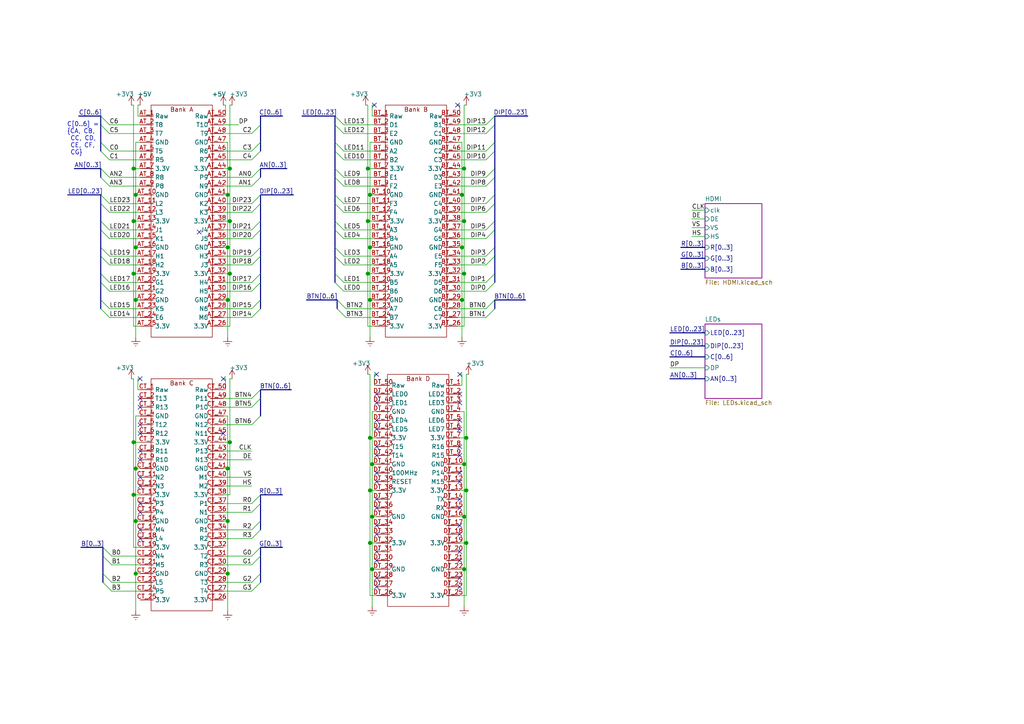
<source format=kicad_sch>
(kicad_sch (version 20200714) (host eeschema "(5.99.0-2671-gfc0a358ba)")
  (page 1 3)
  (paper "A4")
  (junction (at 38.735 48.895) (diameter 1.016))
  (junction (at 38.735 64.135) (diameter 1.016))
  (junction (at 38.735 79.375) (diameter 1.016))
  (junction (at 38.735 128.27) (diameter 1.016))
  (junction (at 38.735 143.51) (diameter 1.016))
  (junction (at 39.37 56.515) (diameter 1.016))
  (junction (at 39.37 71.755) (diameter 1.016))
  (junction (at 39.37 86.995) (diameter 1.016))
  (junction (at 39.37 135.89) (diameter 1.016))
  (junction (at 39.37 151.13) (diameter 1.016))
  (junction (at 39.37 166.37) (diameter 1.016))
  (junction (at 66.04 56.515) (diameter 1.016))
  (junction (at 66.04 71.755) (diameter 1.016))
  (junction (at 66.04 86.995) (diameter 1.016))
  (junction (at 66.04 135.89) (diameter 1.016))
  (junction (at 66.04 151.13) (diameter 1.016))
  (junction (at 66.04 166.37) (diameter 1.016))
  (junction (at 66.675 48.895) (diameter 1.016))
  (junction (at 66.675 64.135) (diameter 1.016))
  (junction (at 66.675 79.375) (diameter 1.016))
  (junction (at 66.675 128.27) (diameter 1.016))
  (junction (at 106.68 48.895) (diameter 1.016))
  (junction (at 106.68 64.135) (diameter 1.016))
  (junction (at 106.68 79.375) (diameter 1.016))
  (junction (at 107.315 56.515) (diameter 1.016))
  (junction (at 107.315 71.755) (diameter 1.016))
  (junction (at 107.315 86.995) (diameter 1.016))
  (junction (at 107.315 127) (diameter 1.016))
  (junction (at 107.315 142.24) (diameter 1.016))
  (junction (at 107.315 157.48) (diameter 1.016))
  (junction (at 107.95 134.62) (diameter 1.016))
  (junction (at 107.95 149.86) (diameter 1.016))
  (junction (at 107.95 165.1) (diameter 1.016))
  (junction (at 133.985 56.515) (diameter 1.016))
  (junction (at 133.985 71.755) (diameter 1.016))
  (junction (at 133.985 86.995) (diameter 1.016))
  (junction (at 134.62 48.895) (diameter 1.016))
  (junction (at 134.62 64.135) (diameter 1.016))
  (junction (at 134.62 79.375) (diameter 1.016))
  (junction (at 134.62 134.62) (diameter 1.016))
  (junction (at 134.62 149.86) (diameter 1.016))
  (junction (at 134.62 165.1) (diameter 1.016))
  (junction (at 135.255 127) (diameter 1.016))
  (junction (at 135.255 142.24) (diameter 1.016))
  (junction (at 135.255 157.48) (diameter 1.016))
  (no_connect (at 109.22 137.16))
  (no_connect (at 40.64 115.57))
  (no_connect (at 109.22 124.46))
  (no_connect (at 64.77 125.73))
  (no_connect (at 109.22 116.84))
  (no_connect (at 40.64 153.67))
  (no_connect (at 40.64 118.11))
  (no_connect (at 109.22 132.08))
  (no_connect (at 40.64 148.59))
  (no_connect (at 133.35 121.92))
  (no_connect (at 133.35 152.4))
  (no_connect (at 109.22 154.94))
  (no_connect (at 133.35 137.16))
  (no_connect (at 40.64 140.97))
  (no_connect (at 133.35 147.32))
  (no_connect (at 133.35 144.78))
  (no_connect (at 40.64 109.855))
  (no_connect (at 64.77 109.855))
  (no_connect (at 108.585 30.48))
  (no_connect (at 109.22 108.585))
  (no_connect (at 132.715 30.48))
  (no_connect (at 133.35 108.585))
  (no_connect (at 40.64 133.35))
  (no_connect (at 133.35 129.54))
  (no_connect (at 133.35 154.94))
  (no_connect (at 40.64 125.73))
  (no_connect (at 40.64 123.19))
  (no_connect (at 133.35 116.84))
  (no_connect (at 109.22 129.54))
  (no_connect (at 109.22 121.92))
  (no_connect (at 133.35 139.7))
  (no_connect (at 109.22 147.32))
  (no_connect (at 133.35 160.02))
  (no_connect (at 133.35 114.3))
  (no_connect (at 109.22 144.78))
  (no_connect (at 40.64 138.43))
  (no_connect (at 133.35 167.64))
  (no_connect (at 109.22 160.02))
  (no_connect (at 40.64 130.81))
  (no_connect (at 109.22 170.18))
  (no_connect (at 57.785 67.31))
  (no_connect (at 40.64 146.05))
  (no_connect (at 109.22 167.64))
  (no_connect (at 133.35 132.08))
  (no_connect (at 133.35 162.56))
  (no_connect (at 133.35 124.46))
  (no_connect (at 109.22 162.56))
  (no_connect (at 109.22 114.3))
  (no_connect (at 40.64 156.21))
  (no_connect (at 133.35 170.18))
  (no_connect (at 109.22 139.7))
  (no_connect (at 109.22 152.4))
  (bus_entry (at 29.21 33.655) (size 2.54 2.54) (stroke (width 0.1524)))
  (bus_entry (at 29.21 36.195) (size 2.54 2.54) (stroke (width 0.1524)))
  (bus_entry (at 29.21 41.275) (size 2.54 2.54) (stroke (width 0.1524)))
  (bus_entry (at 29.21 43.815) (size 2.54 2.54) (stroke (width 0.1524)))
  (bus_entry (at 29.21 48.895) (size 2.54 2.54) (stroke (width 0.1524)))
  (bus_entry (at 29.21 51.435) (size 2.54 2.54) (stroke (width 0.1524)))
  (bus_entry (at 29.21 56.515) (size 2.54 2.54) (stroke (width 0.1524)))
  (bus_entry (at 29.21 59.055) (size 2.54 2.54) (stroke (width 0.1524)))
  (bus_entry (at 29.21 64.135) (size 2.54 2.54) (stroke (width 0.1524)))
  (bus_entry (at 29.21 66.675) (size 2.54 2.54) (stroke (width 0.1524)))
  (bus_entry (at 29.21 71.755) (size 2.54 2.54) (stroke (width 0.1524)))
  (bus_entry (at 29.21 74.295) (size 2.54 2.54) (stroke (width 0.1524)))
  (bus_entry (at 29.21 79.375) (size 2.54 2.54) (stroke (width 0.1524)))
  (bus_entry (at 29.21 81.915) (size 2.54 2.54) (stroke (width 0.1524)))
  (bus_entry (at 29.21 86.995) (size 2.54 2.54) (stroke (width 0.1524)))
  (bus_entry (at 29.21 89.535) (size 2.54 2.54) (stroke (width 0.1524)))
  (bus_entry (at 29.845 158.75) (size 2.54 2.54) (stroke (width 0.1524)))
  (bus_entry (at 29.845 161.29) (size 2.54 2.54) (stroke (width 0.1524)))
  (bus_entry (at 29.845 166.37) (size 2.54 2.54) (stroke (width 0.1524)))
  (bus_entry (at 29.845 168.91) (size 2.54 2.54) (stroke (width 0.1524)))
  (bus_entry (at 75.565 36.195) (size -2.54 2.54) (stroke (width 0.1524)))
  (bus_entry (at 75.565 41.275) (size -2.54 2.54) (stroke (width 0.1524)))
  (bus_entry (at 75.565 43.815) (size -2.54 2.54) (stroke (width 0.1524)))
  (bus_entry (at 75.565 48.895) (size -2.54 2.54) (stroke (width 0.1524)))
  (bus_entry (at 75.565 51.435) (size -2.54 2.54) (stroke (width 0.1524)))
  (bus_entry (at 75.565 56.515) (size -2.54 2.54) (stroke (width 0.1524)))
  (bus_entry (at 75.565 59.055) (size -2.54 2.54) (stroke (width 0.1524)))
  (bus_entry (at 75.565 64.135) (size -2.54 2.54) (stroke (width 0.1524)))
  (bus_entry (at 75.565 66.675) (size -2.54 2.54) (stroke (width 0.1524)))
  (bus_entry (at 75.565 71.755) (size -2.54 2.54) (stroke (width 0.1524)))
  (bus_entry (at 75.565 74.295) (size -2.54 2.54) (stroke (width 0.1524)))
  (bus_entry (at 75.565 79.375) (size -2.54 2.54) (stroke (width 0.1524)))
  (bus_entry (at 75.565 81.915) (size -2.54 2.54) (stroke (width 0.1524)))
  (bus_entry (at 75.565 86.995) (size -2.54 2.54) (stroke (width 0.1524)))
  (bus_entry (at 75.565 89.535) (size -2.54 2.54) (stroke (width 0.1524)))
  (bus_entry (at 75.565 113.03) (size -2.54 2.54) (stroke (width 0.1524)))
  (bus_entry (at 75.565 115.57) (size -2.54 2.54) (stroke (width 0.1524)))
  (bus_entry (at 75.565 120.65) (size -2.54 2.54) (stroke (width 0.1524)))
  (bus_entry (at 75.565 143.51) (size -2.54 2.54) (stroke (width 0.1524)))
  (bus_entry (at 75.565 146.05) (size -2.54 2.54) (stroke (width 0.1524)))
  (bus_entry (at 75.565 151.13) (size -2.54 2.54) (stroke (width 0.1524)))
  (bus_entry (at 75.565 153.67) (size -2.54 2.54) (stroke (width 0.1524)))
  (bus_entry (at 75.565 158.75) (size -2.54 2.54) (stroke (width 0.1524)))
  (bus_entry (at 75.565 161.29) (size -2.54 2.54) (stroke (width 0.1524)))
  (bus_entry (at 75.565 166.37) (size -2.54 2.54) (stroke (width 0.1524)))
  (bus_entry (at 75.565 168.91) (size -2.54 2.54) (stroke (width 0.1524)))
  (bus_entry (at 97.155 33.655) (size 2.54 2.54) (stroke (width 0.1524)))
  (bus_entry (at 97.155 36.195) (size 2.54 2.54) (stroke (width 0.1524)))
  (bus_entry (at 97.155 41.275) (size 2.54 2.54) (stroke (width 0.1524)))
  (bus_entry (at 97.155 43.815) (size 2.54 2.54) (stroke (width 0.1524)))
  (bus_entry (at 97.155 48.895) (size 2.54 2.54) (stroke (width 0.1524)))
  (bus_entry (at 97.155 51.435) (size 2.54 2.54) (stroke (width 0.1524)))
  (bus_entry (at 97.155 56.515) (size 2.54 2.54) (stroke (width 0.1524)))
  (bus_entry (at 97.155 59.055) (size 2.54 2.54) (stroke (width 0.1524)))
  (bus_entry (at 97.155 64.135) (size 2.54 2.54) (stroke (width 0.1524)))
  (bus_entry (at 97.155 66.675) (size 2.54 2.54) (stroke (width 0.1524)))
  (bus_entry (at 97.155 71.755) (size 2.54 2.54) (stroke (width 0.1524)))
  (bus_entry (at 97.155 74.295) (size 2.54 2.54) (stroke (width 0.1524)))
  (bus_entry (at 97.155 79.375) (size 2.54 2.54) (stroke (width 0.1524)))
  (bus_entry (at 97.155 81.915) (size 2.54 2.54) (stroke (width 0.1524)))
  (bus_entry (at 97.79 86.995) (size 2.54 2.54) (stroke (width 0.1524)))
  (bus_entry (at 97.79 89.535) (size 2.54 2.54) (stroke (width 0.1524)))
  (bus_entry (at 143.51 33.655) (size -2.54 2.54) (stroke (width 0.1524)))
  (bus_entry (at 143.51 36.195) (size -2.54 2.54) (stroke (width 0.1524)))
  (bus_entry (at 143.51 41.275) (size -2.54 2.54) (stroke (width 0.1524)))
  (bus_entry (at 143.51 43.815) (size -2.54 2.54) (stroke (width 0.1524)))
  (bus_entry (at 143.51 48.895) (size -2.54 2.54) (stroke (width 0.1524)))
  (bus_entry (at 143.51 51.435) (size -2.54 2.54) (stroke (width 0.1524)))
  (bus_entry (at 143.51 56.515) (size -2.54 2.54) (stroke (width 0.1524)))
  (bus_entry (at 143.51 59.055) (size -2.54 2.54) (stroke (width 0.1524)))
  (bus_entry (at 143.51 64.135) (size -2.54 2.54) (stroke (width 0.1524)))
  (bus_entry (at 143.51 66.675) (size -2.54 2.54) (stroke (width 0.1524)))
  (bus_entry (at 143.51 71.755) (size -2.54 2.54) (stroke (width 0.1524)))
  (bus_entry (at 143.51 74.295) (size -2.54 2.54) (stroke (width 0.1524)))
  (bus_entry (at 143.51 79.375) (size -2.54 2.54) (stroke (width 0.1524)))
  (bus_entry (at 143.51 81.915) (size -2.54 2.54) (stroke (width 0.1524)))
  (bus_entry (at 143.51 86.995) (size -2.54 2.54) (stroke (width 0.1524)))
  (bus_entry (at 143.51 89.535) (size -2.54 2.54) (stroke (width 0.1524)))
  (wire (pts (xy 31.75 36.195) (xy 40.64 36.195)))
  (wire (pts (xy 31.75 38.735) (xy 40.64 38.735)))
  (wire (pts (xy 31.75 43.815) (xy 40.64 43.815)))
  (wire (pts (xy 31.75 46.355) (xy 40.64 46.355)))
  (wire (pts (xy 31.75 51.435) (xy 40.64 51.435)))
  (wire (pts (xy 31.75 53.975) (xy 40.64 53.975)))
  (wire (pts (xy 31.75 59.055) (xy 40.64 59.055)))
  (wire (pts (xy 31.75 61.595) (xy 40.64 61.595)))
  (wire (pts (xy 31.75 66.675) (xy 40.64 66.675)))
  (wire (pts (xy 31.75 69.215) (xy 40.64 69.215)))
  (wire (pts (xy 31.75 74.295) (xy 40.64 74.295)))
  (wire (pts (xy 31.75 76.835) (xy 40.64 76.835)))
  (wire (pts (xy 31.75 81.915) (xy 40.64 81.915)))
  (wire (pts (xy 31.75 84.455) (xy 40.64 84.455)))
  (wire (pts (xy 31.75 89.535) (xy 40.64 89.535)))
  (wire (pts (xy 31.75 92.075) (xy 40.64 92.075)))
  (wire (pts (xy 38.735 30.48) (xy 38.1 30.48)))
  (wire (pts (xy 38.735 48.895) (xy 38.735 30.48)))
  (wire (pts (xy 38.735 64.135) (xy 38.735 48.895)))
  (wire (pts (xy 38.735 79.375) (xy 38.735 64.135)))
  (wire (pts (xy 38.735 94.615) (xy 38.735 79.375)))
  (wire (pts (xy 38.735 109.855) (xy 38.1 109.855)))
  (wire (pts (xy 38.735 128.27) (xy 38.735 109.855)))
  (wire (pts (xy 38.735 143.51) (xy 38.735 128.27)))
  (wire (pts (xy 38.735 158.75) (xy 38.735 143.51)))
  (wire (pts (xy 39.37 41.275) (xy 39.37 56.515)))
  (wire (pts (xy 39.37 56.515) (xy 39.37 71.755)))
  (wire (pts (xy 39.37 71.755) (xy 39.37 86.995)))
  (wire (pts (xy 39.37 86.995) (xy 39.37 97.79)))
  (wire (pts (xy 39.37 120.65) (xy 39.37 135.89)))
  (wire (pts (xy 39.37 135.89) (xy 39.37 151.13)))
  (wire (pts (xy 39.37 151.13) (xy 39.37 166.37)))
  (wire (pts (xy 39.37 166.37) (xy 39.37 177.165)))
  (wire (pts (xy 40.005 30.48) (xy 40.005 33.655)))
  (wire (pts (xy 40.005 30.48) (xy 40.64 30.48)))
  (wire (pts (xy 40.005 33.655) (xy 40.64 33.655)))
  (wire (pts (xy 40.005 109.855) (xy 40.64 109.855)))
  (wire (pts (xy 40.005 113.03) (xy 40.005 109.855)))
  (wire (pts (xy 40.64 41.275) (xy 39.37 41.275)))
  (wire (pts (xy 40.64 48.895) (xy 38.735 48.895)))
  (wire (pts (xy 40.64 56.515) (xy 39.37 56.515)))
  (wire (pts (xy 40.64 64.135) (xy 38.735 64.135)))
  (wire (pts (xy 40.64 71.755) (xy 39.37 71.755)))
  (wire (pts (xy 40.64 79.375) (xy 38.735 79.375)))
  (wire (pts (xy 40.64 86.995) (xy 39.37 86.995)))
  (wire (pts (xy 40.64 94.615) (xy 38.735 94.615)))
  (wire (pts (xy 40.64 113.03) (xy 40.005 113.03)))
  (wire (pts (xy 40.64 120.65) (xy 39.37 120.65)))
  (wire (pts (xy 40.64 128.27) (xy 38.735 128.27)))
  (wire (pts (xy 40.64 135.89) (xy 39.37 135.89)))
  (wire (pts (xy 40.64 143.51) (xy 38.735 143.51)))
  (wire (pts (xy 40.64 151.13) (xy 39.37 151.13)))
  (wire (pts (xy 40.64 158.75) (xy 38.735 158.75)))
  (wire (pts (xy 40.64 161.29) (xy 32.385 161.29)))
  (wire (pts (xy 40.64 163.83) (xy 32.385 163.83)))
  (wire (pts (xy 40.64 166.37) (xy 39.37 166.37)))
  (wire (pts (xy 40.64 168.91) (xy 32.385 168.91)))
  (wire (pts (xy 40.64 171.45) (xy 32.385 171.45)))
  (wire (pts (xy 64.77 36.195) (xy 69.215 36.195)))
  (wire (pts (xy 64.77 38.735) (xy 73.025 38.735)))
  (wire (pts (xy 64.77 41.275) (xy 66.04 41.275)))
  (wire (pts (xy 64.77 43.815) (xy 73.025 43.815)))
  (wire (pts (xy 64.77 46.355) (xy 73.025 46.355)))
  (wire (pts (xy 64.77 48.895) (xy 66.675 48.895)))
  (wire (pts (xy 64.77 51.435) (xy 73.025 51.435)))
  (wire (pts (xy 64.77 53.975) (xy 73.025 53.975)))
  (wire (pts (xy 64.77 56.515) (xy 66.04 56.515)))
  (wire (pts (xy 64.77 59.055) (xy 73.025 59.055)))
  (wire (pts (xy 64.77 61.595) (xy 73.025 61.595)))
  (wire (pts (xy 64.77 64.135) (xy 66.675 64.135)))
  (wire (pts (xy 64.77 66.675) (xy 73.025 66.675)))
  (wire (pts (xy 64.77 69.215) (xy 73.025 69.215)))
  (wire (pts (xy 64.77 71.755) (xy 66.04 71.755)))
  (wire (pts (xy 64.77 74.295) (xy 73.025 74.295)))
  (wire (pts (xy 64.77 76.835) (xy 73.025 76.835)))
  (wire (pts (xy 64.77 79.375) (xy 66.675 79.375)))
  (wire (pts (xy 64.77 81.915) (xy 73.025 81.915)))
  (wire (pts (xy 64.77 84.455) (xy 73.025 84.455)))
  (wire (pts (xy 64.77 86.995) (xy 66.04 86.995)))
  (wire (pts (xy 64.77 89.535) (xy 73.025 89.535)))
  (wire (pts (xy 64.77 92.075) (xy 73.025 92.075)))
  (wire (pts (xy 64.77 94.615) (xy 66.675 94.615)))
  (wire (pts (xy 64.77 113.03) (xy 65.405 113.03)))
  (wire (pts (xy 64.77 115.57) (xy 73.025 115.57)))
  (wire (pts (xy 64.77 118.11) (xy 73.025 118.11)))
  (wire (pts (xy 64.77 120.65) (xy 66.04 120.65)))
  (wire (pts (xy 64.77 123.19) (xy 73.025 123.19)))
  (wire (pts (xy 64.77 128.27) (xy 66.675 128.27)))
  (wire (pts (xy 64.77 130.81) (xy 73.025 130.81)))
  (wire (pts (xy 64.77 135.89) (xy 66.04 135.89)))
  (wire (pts (xy 64.77 138.43) (xy 73.025 138.43)))
  (wire (pts (xy 64.77 143.51) (xy 66.675 143.51)))
  (wire (pts (xy 64.77 146.05) (xy 73.025 146.05)))
  (wire (pts (xy 64.77 148.59) (xy 73.025 148.59)))
  (wire (pts (xy 64.77 151.13) (xy 66.04 151.13)))
  (wire (pts (xy 64.77 153.67) (xy 73.025 153.67)))
  (wire (pts (xy 64.77 156.21) (xy 73.025 156.21)))
  (wire (pts (xy 64.77 161.29) (xy 73.025 161.29)))
  (wire (pts (xy 64.77 163.83) (xy 73.025 163.83)))
  (wire (pts (xy 64.77 166.37) (xy 66.04 166.37)))
  (wire (pts (xy 64.77 168.91) (xy 73.025 168.91)))
  (wire (pts (xy 64.77 171.45) (xy 73.025 171.45)))
  (wire (pts (xy 65.405 30.48) (xy 64.77 30.48)))
  (wire (pts (xy 65.405 30.48) (xy 65.405 33.655)))
  (wire (pts (xy 65.405 33.655) (xy 64.77 33.655)))
  (wire (pts (xy 65.405 109.855) (xy 64.77 109.855)))
  (wire (pts (xy 65.405 113.03) (xy 65.405 109.855)))
  (wire (pts (xy 66.04 41.275) (xy 66.04 56.515)))
  (wire (pts (xy 66.04 56.515) (xy 66.04 71.755)))
  (wire (pts (xy 66.04 71.755) (xy 66.04 86.995)))
  (wire (pts (xy 66.04 86.995) (xy 66.04 97.79)))
  (wire (pts (xy 66.04 120.65) (xy 66.04 135.89)))
  (wire (pts (xy 66.04 135.89) (xy 66.04 151.13)))
  (wire (pts (xy 66.04 151.13) (xy 66.04 166.37)))
  (wire (pts (xy 66.04 166.37) (xy 66.04 177.165)))
  (wire (pts (xy 66.675 30.48) (xy 67.31 30.48)))
  (wire (pts (xy 66.675 48.895) (xy 66.675 30.48)))
  (wire (pts (xy 66.675 64.135) (xy 66.675 48.895)))
  (wire (pts (xy 66.675 79.375) (xy 66.675 64.135)))
  (wire (pts (xy 66.675 94.615) (xy 66.675 79.375)))
  (wire (pts (xy 66.675 109.855) (xy 67.31 109.855)))
  (wire (pts (xy 66.675 128.27) (xy 66.675 109.855)))
  (wire (pts (xy 66.675 143.51) (xy 66.675 128.27)))
  (wire (pts (xy 73.025 133.35) (xy 64.77 133.35)))
  (wire (pts (xy 73.025 140.97) (xy 64.77 140.97)))
  (wire (pts (xy 99.695 36.195) (xy 108.585 36.195)))
  (wire (pts (xy 99.695 38.735) (xy 108.585 38.735)))
  (wire (pts (xy 99.695 43.815) (xy 108.585 43.815)))
  (wire (pts (xy 99.695 46.355) (xy 108.585 46.355)))
  (wire (pts (xy 99.695 51.435) (xy 108.585 51.435)))
  (wire (pts (xy 99.695 53.975) (xy 108.585 53.975)))
  (wire (pts (xy 99.695 59.055) (xy 108.585 59.055)))
  (wire (pts (xy 99.695 61.595) (xy 108.585 61.595)))
  (wire (pts (xy 99.695 66.675) (xy 108.585 66.675)))
  (wire (pts (xy 99.695 69.215) (xy 108.585 69.215)))
  (wire (pts (xy 99.695 74.295) (xy 108.585 74.295)))
  (wire (pts (xy 99.695 76.835) (xy 108.585 76.835)))
  (wire (pts (xy 99.695 81.915) (xy 108.585 81.915)))
  (wire (pts (xy 99.695 84.455) (xy 108.585 84.455)))
  (wire (pts (xy 106.68 30.48) (xy 106.045 30.48)))
  (wire (pts (xy 106.68 48.895) (xy 106.68 30.48)))
  (wire (pts (xy 106.68 64.135) (xy 106.68 48.895)))
  (wire (pts (xy 106.68 79.375) (xy 106.68 64.135)))
  (wire (pts (xy 106.68 94.615) (xy 106.68 79.375)))
  (wire (pts (xy 107.315 41.275) (xy 107.315 56.515)))
  (wire (pts (xy 107.315 56.515) (xy 107.315 71.755)))
  (wire (pts (xy 107.315 71.755) (xy 107.315 86.995)))
  (wire (pts (xy 107.315 86.995) (xy 107.315 97.79)))
  (wire (pts (xy 107.315 108.585) (xy 106.68 108.585)))
  (wire (pts (xy 107.315 127) (xy 107.315 108.585)))
  (wire (pts (xy 107.315 142.24) (xy 107.315 127)))
  (wire (pts (xy 107.315 157.48) (xy 107.315 142.24)))
  (wire (pts (xy 107.315 172.72) (xy 107.315 157.48)))
  (wire (pts (xy 107.95 30.48) (xy 108.585 30.48)))
  (wire (pts (xy 107.95 33.655) (xy 107.95 30.48)))
  (wire (pts (xy 107.95 119.38) (xy 107.95 134.62)))
  (wire (pts (xy 107.95 134.62) (xy 107.95 149.86)))
  (wire (pts (xy 107.95 149.86) (xy 107.95 165.1)))
  (wire (pts (xy 107.95 165.1) (xy 107.95 175.895)))
  (wire (pts (xy 108.585 33.655) (xy 107.95 33.655)))
  (wire (pts (xy 108.585 41.275) (xy 107.315 41.275)))
  (wire (pts (xy 108.585 48.895) (xy 106.68 48.895)))
  (wire (pts (xy 108.585 56.515) (xy 107.315 56.515)))
  (wire (pts (xy 108.585 64.135) (xy 106.68 64.135)))
  (wire (pts (xy 108.585 71.755) (xy 107.315 71.755)))
  (wire (pts (xy 108.585 79.375) (xy 106.68 79.375)))
  (wire (pts (xy 108.585 86.995) (xy 107.315 86.995)))
  (wire (pts (xy 108.585 89.535) (xy 100.33 89.535)))
  (wire (pts (xy 108.585 92.075) (xy 100.33 92.075)))
  (wire (pts (xy 108.585 94.615) (xy 106.68 94.615)))
  (wire (pts (xy 108.585 108.585) (xy 109.22 108.585)))
  (wire (pts (xy 108.585 111.76) (xy 108.585 108.585)))
  (wire (pts (xy 109.22 111.76) (xy 108.585 111.76)))
  (wire (pts (xy 109.22 119.38) (xy 107.95 119.38)))
  (wire (pts (xy 109.22 127) (xy 107.315 127)))
  (wire (pts (xy 109.22 134.62) (xy 107.95 134.62)))
  (wire (pts (xy 109.22 142.24) (xy 107.315 142.24)))
  (wire (pts (xy 109.22 149.86) (xy 107.95 149.86)))
  (wire (pts (xy 109.22 157.48) (xy 107.315 157.48)))
  (wire (pts (xy 109.22 165.1) (xy 107.95 165.1)))
  (wire (pts (xy 109.22 172.72) (xy 107.315 172.72)))
  (wire (pts (xy 132.715 33.655) (xy 133.35 33.655)))
  (wire (pts (xy 132.715 36.195) (xy 140.97 36.195)))
  (wire (pts (xy 132.715 38.735) (xy 140.97 38.735)))
  (wire (pts (xy 132.715 41.275) (xy 133.985 41.275)))
  (wire (pts (xy 132.715 43.815) (xy 140.97 43.815)))
  (wire (pts (xy 132.715 46.355) (xy 140.97 46.355)))
  (wire (pts (xy 132.715 48.895) (xy 134.62 48.895)))
  (wire (pts (xy 132.715 51.435) (xy 140.97 51.435)))
  (wire (pts (xy 132.715 53.975) (xy 140.97 53.975)))
  (wire (pts (xy 132.715 56.515) (xy 133.985 56.515)))
  (wire (pts (xy 132.715 59.055) (xy 140.97 59.055)))
  (wire (pts (xy 132.715 61.595) (xy 140.97 61.595)))
  (wire (pts (xy 132.715 64.135) (xy 134.62 64.135)))
  (wire (pts (xy 132.715 66.675) (xy 140.97 66.675)))
  (wire (pts (xy 132.715 69.215) (xy 140.97 69.215)))
  (wire (pts (xy 132.715 71.755) (xy 133.985 71.755)))
  (wire (pts (xy 132.715 74.295) (xy 140.97 74.295)))
  (wire (pts (xy 132.715 76.835) (xy 140.97 76.835)))
  (wire (pts (xy 132.715 79.375) (xy 134.62 79.375)))
  (wire (pts (xy 132.715 81.915) (xy 140.97 81.915)))
  (wire (pts (xy 132.715 84.455) (xy 140.97 84.455)))
  (wire (pts (xy 132.715 86.995) (xy 133.985 86.995)))
  (wire (pts (xy 132.715 89.535) (xy 140.97 89.535)))
  (wire (pts (xy 132.715 92.075) (xy 140.97 92.075)))
  (wire (pts (xy 132.715 94.615) (xy 134.62 94.615)))
  (wire (pts (xy 133.35 30.48) (xy 132.715 30.48)))
  (wire (pts (xy 133.35 33.655) (xy 133.35 30.48)))
  (wire (pts (xy 133.35 111.76) (xy 133.985 111.76)))
  (wire (pts (xy 133.35 119.38) (xy 134.62 119.38)))
  (wire (pts (xy 133.35 127) (xy 135.255 127)))
  (wire (pts (xy 133.35 134.62) (xy 134.62 134.62)))
  (wire (pts (xy 133.35 142.24) (xy 135.255 142.24)))
  (wire (pts (xy 133.35 149.86) (xy 134.62 149.86)))
  (wire (pts (xy 133.35 157.48) (xy 135.255 157.48)))
  (wire (pts (xy 133.35 165.1) (xy 134.62 165.1)))
  (wire (pts (xy 133.35 172.72) (xy 135.255 172.72)))
  (wire (pts (xy 133.985 41.275) (xy 133.985 56.515)))
  (wire (pts (xy 133.985 56.515) (xy 133.985 71.755)))
  (wire (pts (xy 133.985 71.755) (xy 133.985 86.995)))
  (wire (pts (xy 133.985 86.995) (xy 133.985 97.79)))
  (wire (pts (xy 133.985 108.585) (xy 133.35 108.585)))
  (wire (pts (xy 133.985 111.76) (xy 133.985 108.585)))
  (wire (pts (xy 134.62 30.48) (xy 135.255 30.48)))
  (wire (pts (xy 134.62 48.895) (xy 134.62 30.48)))
  (wire (pts (xy 134.62 64.135) (xy 134.62 48.895)))
  (wire (pts (xy 134.62 79.375) (xy 134.62 64.135)))
  (wire (pts (xy 134.62 94.615) (xy 134.62 79.375)))
  (wire (pts (xy 134.62 119.38) (xy 134.62 134.62)))
  (wire (pts (xy 134.62 134.62) (xy 134.62 149.86)))
  (wire (pts (xy 134.62 149.86) (xy 134.62 165.1)))
  (wire (pts (xy 134.62 165.1) (xy 134.62 175.895)))
  (wire (pts (xy 135.255 108.585) (xy 135.89 108.585)))
  (wire (pts (xy 135.255 127) (xy 135.255 108.585)))
  (wire (pts (xy 135.255 142.24) (xy 135.255 127)))
  (wire (pts (xy 135.255 157.48) (xy 135.255 142.24)))
  (wire (pts (xy 135.255 172.72) (xy 135.255 157.48)))
  (wire (pts (xy 194.31 106.68) (xy 204.47 106.68)))
  (wire (pts (xy 200.66 60.96) (xy 204.47 60.96)))
  (wire (pts (xy 200.66 63.5) (xy 204.47 63.5)))
  (wire (pts (xy 200.66 66.04) (xy 204.47 66.04)))
  (wire (pts (xy 200.66 68.58) (xy 204.47 68.58)))
  (bus (pts (xy 19.685 56.515) (xy 29.21 56.515)))
  (bus (pts (xy 29.21 33.655) (xy 22.86 33.655)))
  (bus (pts (xy 29.21 33.655) (xy 29.21 36.195)))
  (bus (pts (xy 29.21 36.195) (xy 29.21 41.275)))
  (bus (pts (xy 29.21 41.275) (xy 29.21 43.815)))
  (bus (pts (xy 29.21 48.895) (xy 21.59 48.895)))
  (bus (pts (xy 29.21 48.895) (xy 29.21 51.435)))
  (bus (pts (xy 29.21 56.515) (xy 29.21 59.055)))
  (bus (pts (xy 29.21 59.055) (xy 29.21 64.135)))
  (bus (pts (xy 29.21 64.135) (xy 29.21 66.675)))
  (bus (pts (xy 29.21 66.675) (xy 29.21 71.755)))
  (bus (pts (xy 29.21 71.755) (xy 29.21 74.295)))
  (bus (pts (xy 29.21 74.295) (xy 29.21 79.375)))
  (bus (pts (xy 29.21 79.375) (xy 29.21 81.915)))
  (bus (pts (xy 29.21 81.915) (xy 29.21 86.995)))
  (bus (pts (xy 29.21 86.995) (xy 29.21 89.535)))
  (bus (pts (xy 29.845 158.75) (xy 23.495 158.75)))
  (bus (pts (xy 29.845 158.75) (xy 29.845 161.29)))
  (bus (pts (xy 29.845 161.29) (xy 29.845 166.37)))
  (bus (pts (xy 29.845 166.37) (xy 29.845 168.91)))
  (bus (pts (xy 75.565 33.655) (xy 75.565 36.195)))
  (bus (pts (xy 75.565 33.655) (xy 81.915 33.655)))
  (bus (pts (xy 75.565 36.195) (xy 75.565 41.275)))
  (bus (pts (xy 75.565 41.275) (xy 75.565 43.815)))
  (bus (pts (xy 75.565 48.895) (xy 75.565 51.435)))
  (bus (pts (xy 75.565 48.895) (xy 83.185 48.895)))
  (bus (pts (xy 75.565 56.515) (xy 75.565 59.055)))
  (bus (pts (xy 75.565 56.515) (xy 85.09 56.515)))
  (bus (pts (xy 75.565 59.055) (xy 75.565 64.135)))
  (bus (pts (xy 75.565 64.135) (xy 75.565 66.675)))
  (bus (pts (xy 75.565 66.675) (xy 75.565 71.755)))
  (bus (pts (xy 75.565 71.755) (xy 75.565 74.295)))
  (bus (pts (xy 75.565 74.295) (xy 75.565 79.375)))
  (bus (pts (xy 75.565 79.375) (xy 75.565 81.915)))
  (bus (pts (xy 75.565 81.915) (xy 75.565 86.995)))
  (bus (pts (xy 75.565 86.995) (xy 75.565 89.535)))
  (bus (pts (xy 75.565 113.03) (xy 75.565 115.57)))
  (bus (pts (xy 75.565 113.03) (xy 84.455 113.03)))
  (bus (pts (xy 75.565 115.57) (xy 75.565 120.65)))
  (bus (pts (xy 75.565 143.51) (xy 75.565 146.05)))
  (bus (pts (xy 75.565 143.51) (xy 81.915 143.51)))
  (bus (pts (xy 75.565 146.05) (xy 75.565 151.13)))
  (bus (pts (xy 75.565 151.13) (xy 75.565 153.67)))
  (bus (pts (xy 75.565 158.75) (xy 75.565 161.29)))
  (bus (pts (xy 75.565 158.75) (xy 81.915 158.75)))
  (bus (pts (xy 75.565 161.29) (xy 75.565 166.37)))
  (bus (pts (xy 75.565 166.37) (xy 75.565 168.91)))
  (bus (pts (xy 87.63 33.655) (xy 97.155 33.655)))
  (bus (pts (xy 88.9 86.995) (xy 97.79 86.995)))
  (bus (pts (xy 97.155 33.655) (xy 97.155 36.195)))
  (bus (pts (xy 97.155 36.195) (xy 97.155 41.275)))
  (bus (pts (xy 97.155 41.275) (xy 97.155 43.815)))
  (bus (pts (xy 97.155 43.815) (xy 97.155 48.895)))
  (bus (pts (xy 97.155 48.895) (xy 97.155 51.435)))
  (bus (pts (xy 97.155 51.435) (xy 97.155 56.515)))
  (bus (pts (xy 97.155 56.515) (xy 97.155 59.055)))
  (bus (pts (xy 97.155 59.055) (xy 97.155 64.135)))
  (bus (pts (xy 97.155 64.135) (xy 97.155 66.675)))
  (bus (pts (xy 97.155 66.675) (xy 97.155 71.755)))
  (bus (pts (xy 97.155 71.755) (xy 97.155 74.295)))
  (bus (pts (xy 97.155 74.295) (xy 97.155 79.375)))
  (bus (pts (xy 97.155 79.375) (xy 97.155 81.915)))
  (bus (pts (xy 97.79 86.995) (xy 97.79 89.535)))
  (bus (pts (xy 143.51 33.655) (xy 143.51 36.195)))
  (bus (pts (xy 143.51 33.655) (xy 153.035 33.655)))
  (bus (pts (xy 143.51 36.195) (xy 143.51 41.275)))
  (bus (pts (xy 143.51 41.275) (xy 143.51 43.815)))
  (bus (pts (xy 143.51 43.815) (xy 143.51 48.895)))
  (bus (pts (xy 143.51 48.895) (xy 143.51 51.435)))
  (bus (pts (xy 143.51 51.435) (xy 143.51 56.515)))
  (bus (pts (xy 143.51 56.515) (xy 143.51 59.055)))
  (bus (pts (xy 143.51 59.055) (xy 143.51 64.135)))
  (bus (pts (xy 143.51 64.135) (xy 143.51 66.675)))
  (bus (pts (xy 143.51 66.675) (xy 143.51 71.755)))
  (bus (pts (xy 143.51 71.755) (xy 143.51 74.295)))
  (bus (pts (xy 143.51 74.295) (xy 143.51 79.375)))
  (bus (pts (xy 143.51 79.375) (xy 143.51 81.915)))
  (bus (pts (xy 143.51 86.995) (xy 143.51 89.535)))
  (bus (pts (xy 143.51 86.995) (xy 152.4 86.995)))
  (bus (pts (xy 194.31 96.52) (xy 204.47 96.52)))
  (bus (pts (xy 194.31 100.33) (xy 204.47 100.33)))
  (bus (pts (xy 197.485 71.755) (xy 204.47 71.755)))
  (bus (pts (xy 197.485 74.93) (xy 204.47 74.93)))
  (bus (pts (xy 197.485 78.105) (xy 204.47 78.105)))
  (bus (pts (xy 204.47 103.505) (xy 194.31 103.505)))
  (bus (pts (xy 204.47 109.855) (xy 194.31 109.855)))
  (text "   C[0..6] = \n   {CA, CB,\n    CC, CD,\n    CE, CF,\n    CG}" (at 16.51 45.085 0) (effects (font (size 1.27 1.27)) (justify left bottom)))
  (label "LED[0..23]" (at 19.685 56.515 0))
  (label "AN[0..3]" (at 21.59 48.895 0))
  (label "C[0..6]" (at 22.86 33.655 0))
  (label "B[0..3]" (at 23.495 158.75 0))
  (label "C6" (at 31.75 36.195 0))
  (label "C5" (at 31.75 38.735 0))
  (label "C0" (at 31.75 43.815 0))
  (label "C1" (at 31.75 46.355 0))
  (label "AN2" (at 31.75 51.435 0))
  (label "AN3" (at 31.75 53.975 0))
  (label "LED23" (at 31.75 59.055 0))
  (label "LED22" (at 31.75 61.595 0))
  (label "LED21" (at 31.75 66.675 0))
  (label "LED20" (at 31.75 69.215 0))
  (label "LED19" (at 31.75 74.295 0))
  (label "LED18" (at 31.75 76.835 0))
  (label "LED17" (at 31.75 81.915 0))
  (label "LED16" (at 31.75 84.455 0))
  (label "LED15" (at 31.75 89.535 0))
  (label "LED14" (at 31.75 92.075 0))
  (label "B0" (at 32.385 161.29 0))
  (label "B1" (at 32.385 163.83 0))
  (label "B2" (at 32.385 168.91 0))
  (label "B3" (at 32.385 171.45 0))
  (label "DP" (at 69.215 36.195 0))
  (label "C2" (at 73.025 38.735 180))
  (label "C3" (at 73.025 43.815 180))
  (label "C4" (at 73.025 46.355 180))
  (label "AN0" (at 73.025 51.435 180))
  (label "AN1" (at 73.025 53.975 180))
  (label "DIP23" (at 73.025 59.055 180))
  (label "DIP22" (at 73.025 61.595 180))
  (label "DIP21" (at 73.025 66.675 180))
  (label "DIP20" (at 73.025 69.215 180))
  (label "DIP19" (at 73.025 74.295 180))
  (label "DIP18" (at 73.025 76.835 180))
  (label "DIP17" (at 73.025 81.915 180))
  (label "DIP16" (at 73.025 84.455 180))
  (label "DIP15" (at 73.025 89.535 180))
  (label "DIP14" (at 73.025 92.075 180))
  (label "BTN4" (at 73.025 115.57 180))
  (label "BTN5" (at 73.025 118.11 180))
  (label "BTN6" (at 73.025 123.19 180))
  (label "CLK" (at 73.025 130.81 180))
  (label "DE" (at 73.025 133.35 180))
  (label "VS" (at 73.025 138.43 180))
  (label "HS" (at 73.025 140.97 180))
  (label "R0" (at 73.025 146.05 180))
  (label "R1" (at 73.025 148.59 180))
  (label "R2" (at 73.025 153.67 180))
  (label "R3" (at 73.025 156.21 180))
  (label "G0" (at 73.025 161.29 180))
  (label "G1" (at 73.025 163.83 180))
  (label "G2" (at 73.025 168.91 180))
  (label "G3" (at 73.025 171.45 180))
  (label "C[0..6]" (at 81.915 33.655 180))
  (label "R[0..3]" (at 81.915 143.51 180))
  (label "G[0..3]" (at 81.915 158.75 180))
  (label "AN[0..3]" (at 83.185 48.895 180))
  (label "BTN[0..6]" (at 84.455 113.03 180))
  (label "DIP[0..23]" (at 85.09 56.515 180))
  (label "LED[0..23]" (at 87.63 33.655 0))
  (label "BTN[0..6]" (at 88.9 86.995 0))
  (label "LED13" (at 99.695 36.195 0))
  (label "LED12" (at 99.695 38.735 0))
  (label "LED11" (at 99.695 43.815 0))
  (label "LED10" (at 99.695 46.355 0))
  (label "LED9" (at 99.695 51.435 0))
  (label "LED8" (at 99.695 53.975 0))
  (label "LED7" (at 99.695 59.055 0))
  (label "LED6" (at 99.695 61.595 0))
  (label "LED5" (at 99.695 66.675 0))
  (label "LED4" (at 99.695 69.215 0))
  (label "LED3" (at 99.695 74.295 0))
  (label "LED2" (at 99.695 76.835 0))
  (label "LED1" (at 99.695 81.915 0))
  (label "LED0" (at 99.695 84.455 0))
  (label "BTN2" (at 100.33 89.535 0))
  (label "BTN3" (at 100.33 92.075 0))
  (label "DIP13" (at 140.97 36.195 180))
  (label "DIP12" (at 140.97 38.735 180))
  (label "DIP11" (at 140.97 43.815 180))
  (label "DIP10" (at 140.97 46.355 180))
  (label "DIP9" (at 140.97 51.435 180))
  (label "DIP8" (at 140.97 53.975 180))
  (label "DIP7" (at 140.97 59.055 180))
  (label "DIP6" (at 140.97 61.595 180))
  (label "DIP5" (at 140.97 66.675 180))
  (label "DIP4" (at 140.97 69.215 180))
  (label "DIP3" (at 140.97 74.295 180))
  (label "DIP2" (at 140.97 76.835 180))
  (label "DIP1" (at 140.97 81.915 180))
  (label "DIP0" (at 140.97 84.455 180))
  (label "BTN0" (at 140.97 89.535 180))
  (label "BTN1" (at 140.97 92.075 180))
  (label "BTN[0..6]" (at 152.4 86.995 180))
  (label "DIP[0..23]" (at 153.035 33.655 180))
  (label "LED[0..23]" (at 194.31 96.52 0))
  (label "DIP[0..23]" (at 194.31 100.33 0))
  (label "C[0..6]" (at 194.31 103.505 0))
  (label "DP" (at 194.31 106.68 0))
  (label "AN[0..3]" (at 194.31 109.855 0))
  (label "R[0..3]" (at 197.485 71.755 0))
  (label "G[0..3]" (at 197.485 74.93 0))
  (label "B[0..3]" (at 197.485 78.105 0))
  (label "CLK" (at 200.66 60.96 0))
  (label "DE" (at 200.66 63.5 0))
  (label "VS" (at 200.66 66.04 0))
  (label "HS" (at 200.66 68.58 0))
  (symbol (lib_id "power:+3V3") (at 38.1 30.48 0) (unit 1)
    (property "Reference" "#PWR01" (effects hide))
    (property "Value" "+3V3" (at 36.195 27.305 0))
  )
  (symbol (lib_id "power:+3V3") (at 38.1 109.855 0) (unit 1)
    (property "Reference" "#PWR013" (effects hide))
    (property "Value" "+3V3" (at 36.195 106.68 0))
  )
  (symbol (lib_id "power:+5V") (at 40.64 30.48 0) (unit 1)
    (property "Reference" "#PWR02" (effects hide))
    (property "Value" "+5V" (at 41.91 27.305 0))
  )
  (symbol (lib_id "power:+5V") (at 64.77 30.48 0) (mirror y) (unit 1)
    (property "Reference" "#PWR03" (effects hide))
    (property "Value" "+5V" (at 63.5 27.305 0))
  )
  (symbol (lib_id "power:+3V3") (at 67.31 30.48 0) (mirror y) (unit 1)
    (property "Reference" "#PWR04" (effects hide))
    (property "Value" "+3V3" (at 69.215 27.305 0))
  )
  (symbol (lib_id "power:+3V3") (at 67.31 109.855 0) (mirror y) (unit 1)
    (property "Reference" "#PWR014" (effects hide))
    (property "Value" "+3V3" (at 69.215 106.68 0))
  )
  (symbol (lib_id "power:+3V3") (at 106.045 30.48 0) (unit 1)
    (property "Reference" "#PWR05" (effects hide))
    (property "Value" "+3V3" (at 104.14 27.305 0))
  )
  (symbol (lib_id "power:+3V3") (at 106.68 108.585 0) (unit 1)
    (property "Reference" "#PWR011" (effects hide))
    (property "Value" "+3V3" (at 104.775 105.41 0))
  )
  (symbol (lib_id "power:+3V3") (at 135.255 30.48 0) (mirror y) (unit 1)
    (property "Reference" "#PWR06" (effects hide))
    (property "Value" "+3V3" (at 137.16 27.305 0))
  )
  (symbol (lib_id "power:+3V3") (at 135.89 108.585 0) (mirror y) (unit 1)
    (property "Reference" "#PWR012" (effects hide))
    (property "Value" "+3V3" (at 137.795 105.41 0))
  )
  (symbol (lib_id "power:GNDREF") (at 39.37 97.79 0) (unit 1)
    (property "Reference" "#PWR07" (effects hide))
    (property "Value" "GNDREF" (effects hide))
  )
  (symbol (lib_id "power:GNDREF") (at 39.37 177.165 0) (mirror y) (unit 1)
    (property "Reference" "#PWR017" (effects hide))
    (property "Value" "GNDREF" (effects hide))
  )
  (symbol (lib_id "power:GNDREF") (at 66.04 97.79 0) (unit 1)
    (property "Reference" "#PWR08" (effects hide))
    (property "Value" "GNDREF" (effects hide))
  )
  (symbol (lib_id "power:GNDREF") (at 66.04 177.165 0) (unit 1)
    (property "Reference" "#PWR018" (effects hide))
    (property "Value" "GNDREF" (effects hide))
  )
  (symbol (lib_id "power:GNDREF") (at 107.315 97.79 0) (unit 1)
    (property "Reference" "#PWR09" (effects hide))
    (property "Value" "GNDREF" (effects hide))
  )
  (symbol (lib_id "power:GNDREF") (at 107.95 175.895 0) (mirror y) (unit 1)
    (property "Reference" "#PWR015" (effects hide))
    (property "Value" "GNDREF" (effects hide))
  )
  (symbol (lib_id "power:GNDREF") (at 133.985 97.79 0) (unit 1)
    (property "Reference" "#PWR010" (effects hide))
    (property "Value" "GNDREF" (effects hide))
  )
  (symbol (lib_id "power:GNDREF") (at 134.62 175.895 0) (unit 1)
    (property "Reference" "#PWR016" (effects hide))
    (property "Value" "GNDREF" (effects hide))
  )
  (symbol (lib_id "Custom_Symbols:Adaptor_both-alchitry_symbols") (at 43.815 97.79 0) (unit 1)
    (property "Reference" "U1" (effects hide))
    (property "Value" "boardmezzanine_new" (effects hide))
    (property "Footprint" "Custom_Parts:Alchitry_Top_Bottom" (effects hide))
  )
  (symbol (lib_id "Custom_Symbols:Adaptor_both-alchitry_symbols") (at 43.815 177.165 0) (unit 3)
    (property "Reference" "U1" (effects hide))
    (property "Value" "boardmezzanine_new" (effects hide))
    (property "Footprint" "Custom_Parts:Alchitry_Top_Bottom" (effects hide))
  )
  (symbol (lib_id "Custom_Symbols:Adaptor_both-alchitry_symbols") (at 111.76 97.79 0) (unit 2)
    (property "Reference" "U1" (effects hide))
    (property "Value" "boardmezzanine_new" (effects hide))
    (property "Footprint" "Custom_Parts:Alchitry_Top_Bottom" (effects hide))
  )
  (symbol (lib_id "Custom_Symbols:Adaptor_both-alchitry_symbols") (at 112.395 175.895 0) (unit 4)
    (property "Reference" "U1" (effects hide))
    (property "Value" "boardmezzanine_new" (effects hide))
    (property "Footprint" "Custom_Parts:Alchitry_Top_Bottom" (effects hide))
  )
  (sheet (at 204.47 59.055) (size 16.51 21.59) (stroke (width 0.1524) (color 132 0 132 1)) (fill (color 255 255 255 0.0000))
    (property "Sheet name" "HDMI" (at 204.47 58.4195 0) (effects (justify left bottom)))
    (property "Sheet file" "HDMI.kicad_sch" (at 204.47 81.1535 0) (effects (justify left top)))
    (pin "clk" input (at 204.47 60.96 180))
    (pin "DE" input (at 204.47 63.5 180))
    (pin "VS" input (at 204.47 66.04 180))
    (pin "HS" input (at 204.47 68.58 180))
    (pin "R[0..3]" input (at 204.47 71.755 180))
    (pin "G[0..3]" input (at 204.47 74.93 180))
    (pin "B[0..3]" input (at 204.47 78.105 180))
  )
  (sheet (at 204.47 93.98) (size 16.51 21.59) (stroke (width 0.1524) (color 132 0 132 1)) (fill (color 255 255 255 0.0000))
    (property "Sheet name" "LEDs" (at 204.47 93.3445 0) (effects (justify left bottom)))
    (property "Sheet file" "LEDs.kicad_sch" (at 204.47 116.0785 0) (effects (justify left top)))
    (pin "LED[0..23]" input (at 204.47 96.52 180))
    (pin "DIP[0..23]" input (at 204.47 100.33 180))
    (pin "C[0..6]" input (at 204.47 103.505 180))
    (pin "AN[0..3]" input (at 204.47 109.855 180))
    (pin "DP" input (at 204.47 106.68 180))
  )
)
</source>
